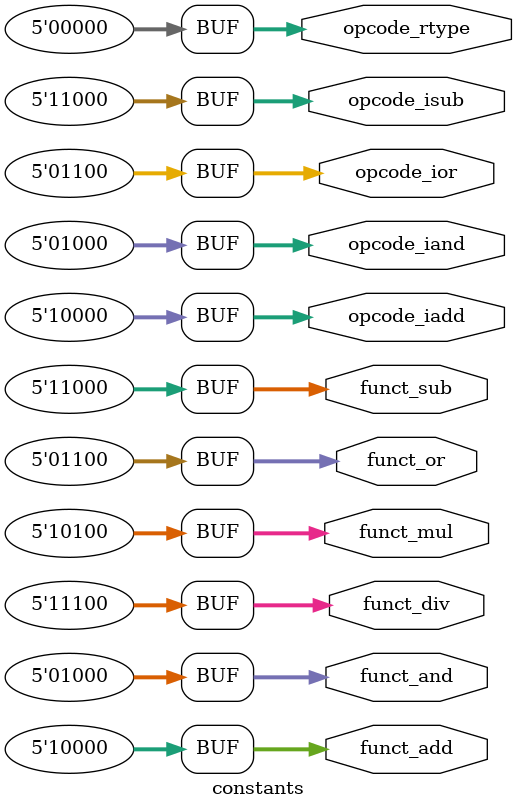
<source format=v>
`define ZERO 0
`define R_HI 24
`define R_LO 25

module constants(
    // R-type codes
    output wire [4:0] opcode_rtype,
    // # arithmetic
    output wire [4:0] funct_add,
    output wire [4:0] funct_sub,
    output wire [4:0] funct_mul,
    output wire [4:0] funct_div,
    // # logical
    output wire [4:0] funct_and,
    output wire [4:0] funct_or,

    // I-type codes
    // # arithmetic
    output wire [4:0] opcode_iadd,
    output wire [4:0] opcode_isub,
    // # logical
    output wire [4:0] opcode_iand,
    output wire [4:0] opcode_ior,

    // J-type codes
);

// R-type instructions (register)
assign opcode_rtype = 5'b00000;

// functions
assign funct_add = 5'b10000;
assign funct_sub = 5'b11000;
assign funct_mul = 5'b10100;
assign funct_div = 5'b11100;
assign funct_and = 5'b01000;
assign funct_or  = 5'b01100;

// I-type instructions (immediate)
assign opcode_iadd = 5'b10000;
assign opcode_isub = 5'b11000;
assign opcode_iand = 5'b01000;
assign opcode_ior  = 5'b01100;

endmodule
</source>
